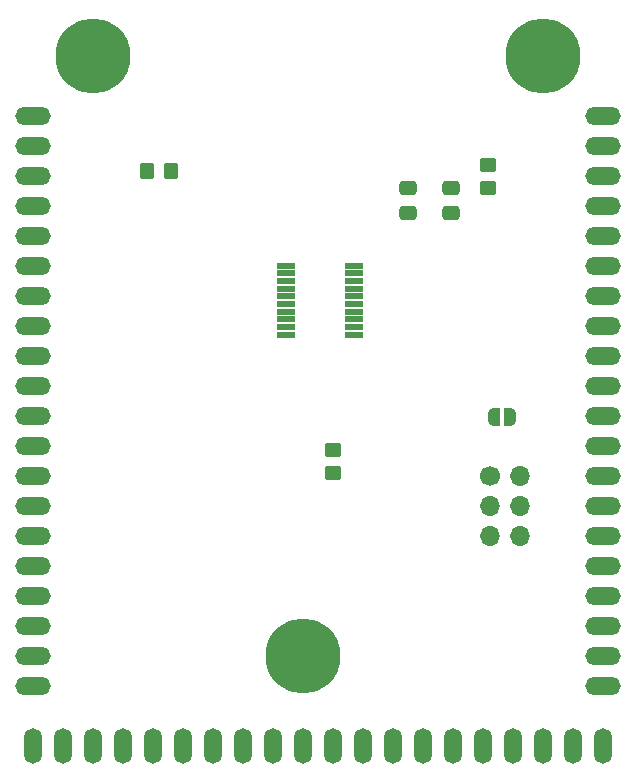
<source format=gbr>
%TF.GenerationSoftware,KiCad,Pcbnew,7.0.9*%
%TF.CreationDate,2024-04-02T12:11:21-07:00*%
%TF.ProjectId,nu8051-ufo-target-board,6e753830-3531-42d7-9566-6f2d74617267,rev?*%
%TF.SameCoordinates,Original*%
%TF.FileFunction,Soldermask,Top*%
%TF.FilePolarity,Negative*%
%FSLAX46Y46*%
G04 Gerber Fmt 4.6, Leading zero omitted, Abs format (unit mm)*
G04 Created by KiCad (PCBNEW 7.0.9) date 2024-04-02 12:11:21*
%MOMM*%
%LPD*%
G01*
G04 APERTURE LIST*
G04 Aperture macros list*
%AMRoundRect*
0 Rectangle with rounded corners*
0 $1 Rounding radius*
0 $2 $3 $4 $5 $6 $7 $8 $9 X,Y pos of 4 corners*
0 Add a 4 corners polygon primitive as box body*
4,1,4,$2,$3,$4,$5,$6,$7,$8,$9,$2,$3,0*
0 Add four circle primitives for the rounded corners*
1,1,$1+$1,$2,$3*
1,1,$1+$1,$4,$5*
1,1,$1+$1,$6,$7*
1,1,$1+$1,$8,$9*
0 Add four rect primitives between the rounded corners*
20,1,$1+$1,$2,$3,$4,$5,0*
20,1,$1+$1,$4,$5,$6,$7,0*
20,1,$1+$1,$6,$7,$8,$9,0*
20,1,$1+$1,$8,$9,$2,$3,0*%
%AMFreePoly0*
4,1,19,0.500000,-0.750000,0.000000,-0.750000,0.000000,-0.744911,-0.071157,-0.744911,-0.207708,-0.704816,-0.327430,-0.627875,-0.420627,-0.520320,-0.479746,-0.390866,-0.500000,-0.250000,-0.500000,0.250000,-0.479746,0.390866,-0.420627,0.520320,-0.327430,0.627875,-0.207708,0.704816,-0.071157,0.744911,0.000000,0.744911,0.000000,0.750000,0.500000,0.750000,0.500000,-0.750000,0.500000,-0.750000,
$1*%
%AMFreePoly1*
4,1,19,0.000000,0.744911,0.071157,0.744911,0.207708,0.704816,0.327430,0.627875,0.420627,0.520320,0.479746,0.390866,0.500000,0.250000,0.500000,-0.250000,0.479746,-0.390866,0.420627,-0.520320,0.327430,-0.627875,0.207708,-0.704816,0.071157,-0.744911,0.000000,-0.744911,0.000000,-0.750000,-0.500000,-0.750000,-0.500000,0.750000,0.000000,0.750000,0.000000,0.744911,0.000000,0.744911,
$1*%
G04 Aperture macros list end*
%ADD10RoundRect,0.250000X0.450000X-0.350000X0.450000X0.350000X-0.450000X0.350000X-0.450000X-0.350000X0*%
%ADD11C,1.700000*%
%ADD12O,1.700000X1.700000*%
%ADD13RoundRect,0.250000X0.350000X0.450000X-0.350000X0.450000X-0.350000X-0.450000X0.350000X-0.450000X0*%
%ADD14RoundRect,0.250000X-0.450000X0.350000X-0.450000X-0.350000X0.450000X-0.350000X0.450000X0.350000X0*%
%ADD15RoundRect,0.008200X0.731800X0.196800X-0.731800X0.196800X-0.731800X-0.196800X0.731800X-0.196800X0*%
%ADD16RoundRect,0.008200X-0.731800X-0.196800X0.731800X-0.196800X0.731800X0.196800X-0.731800X0.196800X0*%
%ADD17RoundRect,0.250000X-0.475000X0.337500X-0.475000X-0.337500X0.475000X-0.337500X0.475000X0.337500X0*%
%ADD18FreePoly0,0.000000*%
%ADD19FreePoly1,0.000000*%
%ADD20O,2.997200X1.498600*%
%ADD21O,1.498600X2.997200*%
%ADD22C,6.350000*%
G04 APERTURE END LIST*
D10*
%TO.C,R3*%
X150000000Y-106100000D03*
X150000000Y-104100000D03*
%TD*%
D11*
%TO.C,JP1*%
X163325000Y-106304200D03*
D12*
X165865000Y-106304200D03*
X163325000Y-108844200D03*
X165865000Y-108844200D03*
X163325000Y-111384200D03*
X165865000Y-111384200D03*
%TD*%
D13*
%TO.C,R1*%
X136240000Y-80530000D03*
X134240000Y-80530000D03*
%TD*%
D14*
%TO.C,R2*%
X163102500Y-79965000D03*
X163102500Y-81965000D03*
%TD*%
D15*
%TO.C,U1*%
X151757500Y-94375000D03*
X151757500Y-93725000D03*
X151757500Y-93075000D03*
X151757500Y-92425000D03*
X151757500Y-91775000D03*
X151757500Y-91125000D03*
X151757500Y-90475000D03*
X151757500Y-89825000D03*
X151757500Y-89175000D03*
X151757500Y-88525000D03*
D16*
X146027500Y-88525000D03*
X146027500Y-89175000D03*
X146027500Y-89825000D03*
X146027500Y-90475000D03*
X146027500Y-91125000D03*
X146027500Y-91775000D03*
X146027500Y-92425000D03*
X146027500Y-93075000D03*
X146027500Y-93725000D03*
X146027500Y-94375000D03*
%TD*%
D17*
%TO.C,C2*%
X156325000Y-81962500D03*
X156325000Y-84037500D03*
%TD*%
D18*
%TO.C,JP2*%
X163650000Y-101350000D03*
D19*
X164950000Y-101350000D03*
%TD*%
D17*
%TO.C,C1*%
X160000000Y-81962500D03*
X160000000Y-84037500D03*
%TD*%
D20*
%TO.C,J1*%
X124579500Y-75824200D03*
X124579500Y-78364200D03*
X124579500Y-80904200D03*
X124579500Y-83444200D03*
X124579500Y-85984200D03*
X124579500Y-88524200D03*
X124579500Y-91064200D03*
X124579500Y-93604200D03*
X124579500Y-96144200D03*
X124579500Y-98684200D03*
X124579500Y-101224200D03*
X124579500Y-103764200D03*
X124579500Y-106304200D03*
X124579500Y-108844200D03*
X124579500Y-111384200D03*
X124579500Y-113924200D03*
X124579500Y-116464200D03*
X124579500Y-119004200D03*
X124579500Y-121544200D03*
X124579500Y-124084200D03*
D21*
X124579500Y-129164200D03*
X127119500Y-129164200D03*
X129659500Y-129164200D03*
X132199500Y-129164200D03*
X134739500Y-129164200D03*
X137279500Y-129164200D03*
X139819500Y-129164200D03*
X142359500Y-129164200D03*
X144899500Y-129164200D03*
X147439500Y-129164200D03*
X149979500Y-129164200D03*
X152519500Y-129164200D03*
X155059500Y-129164200D03*
X157599500Y-129164200D03*
X160139500Y-129164200D03*
X162679500Y-129164200D03*
X165219500Y-129164200D03*
X167759500Y-129164200D03*
X170299500Y-129164200D03*
X172839500Y-129164200D03*
D20*
X172839500Y-75824200D03*
X172839500Y-78364200D03*
X172839500Y-80904200D03*
X172839500Y-83444200D03*
X172839500Y-85984200D03*
X172839500Y-88524200D03*
X172839500Y-91064200D03*
X172839500Y-93604200D03*
X172839500Y-96144200D03*
X172839500Y-98684200D03*
X172839500Y-101224200D03*
X172839500Y-103764200D03*
X172839500Y-106304200D03*
X172839500Y-108844200D03*
X172839500Y-111384200D03*
X172839500Y-113924200D03*
X172839500Y-116464200D03*
X172839500Y-119004200D03*
X172839500Y-121544200D03*
X172839500Y-124084200D03*
D22*
X129659500Y-70744200D03*
X167759500Y-70744200D03*
X147439500Y-121544200D03*
%TD*%
M02*

</source>
